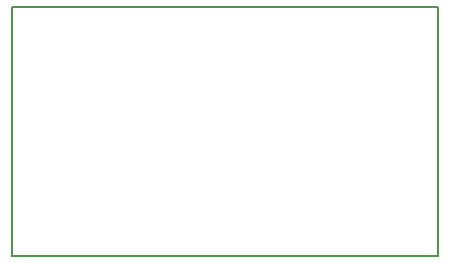
<source format=gbr>
G04 #@! TF.GenerationSoftware,KiCad,Pcbnew,5.0.0*
G04 #@! TF.CreationDate,2018-08-15T22:04:15+02:00*
G04 #@! TF.ProjectId,active_filter,6163746976655F66696C7465722E6B69,rev?*
G04 #@! TF.SameCoordinates,Original*
G04 #@! TF.FileFunction,Profile,NP*
%FSLAX46Y46*%
G04 Gerber Fmt 4.6, Leading zero omitted, Abs format (unit mm)*
G04 Created by KiCad (PCBNEW 5.0.0) date Wed Aug 15 22:04:15 2018*
%MOMM*%
%LPD*%
G01*
G04 APERTURE LIST*
%ADD10C,0.150000*%
G04 APERTURE END LIST*
D10*
X17780000Y-42926000D02*
X17780000Y-21844000D01*
X53848000Y-42926000D02*
X17780000Y-42926000D01*
X53848000Y-21844000D02*
X53848000Y-42926000D01*
X17780000Y-21844000D02*
X53848000Y-21844000D01*
M02*

</source>
